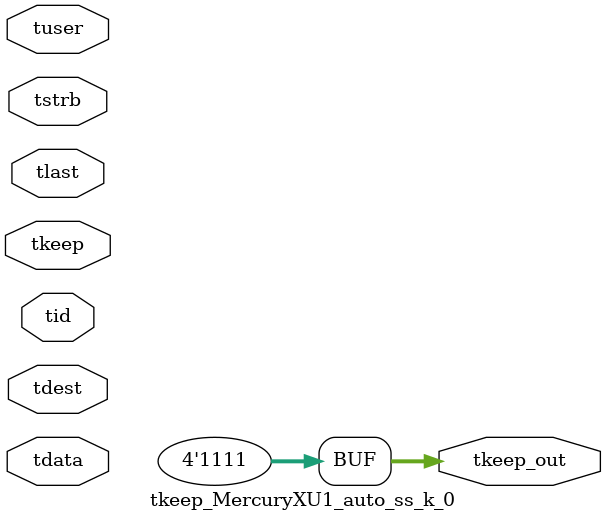
<source format=v>


`timescale 1ps/1ps

module tkeep_MercuryXU1_auto_ss_k_0 #
(
parameter C_S_AXIS_TDATA_WIDTH = 32,
parameter C_S_AXIS_TUSER_WIDTH = 0,
parameter C_S_AXIS_TID_WIDTH   = 0,
parameter C_S_AXIS_TDEST_WIDTH = 0,
parameter C_M_AXIS_TDATA_WIDTH = 32
)
(
input  [(C_S_AXIS_TDATA_WIDTH == 0 ? 1 : C_S_AXIS_TDATA_WIDTH)-1:0     ] tdata,
input  [(C_S_AXIS_TUSER_WIDTH == 0 ? 1 : C_S_AXIS_TUSER_WIDTH)-1:0     ] tuser,
input  [(C_S_AXIS_TID_WIDTH   == 0 ? 1 : C_S_AXIS_TID_WIDTH)-1:0       ] tid,
input  [(C_S_AXIS_TDEST_WIDTH == 0 ? 1 : C_S_AXIS_TDEST_WIDTH)-1:0     ] tdest,
input  [(C_S_AXIS_TDATA_WIDTH/8)-1:0 ] tkeep,
input  [(C_S_AXIS_TDATA_WIDTH/8)-1:0 ] tstrb,
input                                                                    tlast,
output [(C_M_AXIS_TDATA_WIDTH/8)-1:0 ] tkeep_out
);

assign tkeep_out = {4'b1111};

endmodule


</source>
